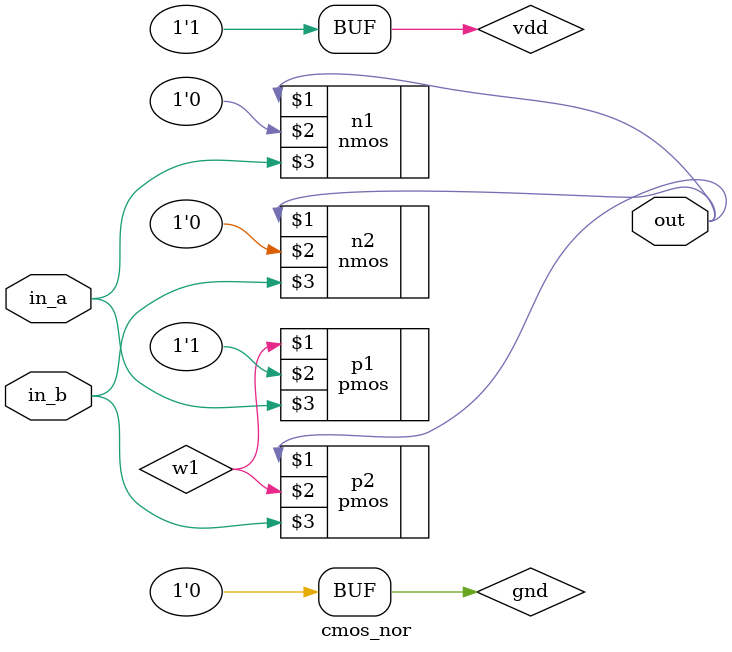
<source format=v>

module cmos_nor(
    input in_a,
    input in_b,
    output out
);

    wire w1;
    supply0 gnd;
    supply1 vdd;

    // Argument order (Drain, Source, gate)
    // PMOS in series
    pmos p1(w1, vdd, in_a);                    
    pmos p2(out, w1, in_b);

    // NMOS in parallel
    nmos n1(out, gnd, in_a);
    nmos n2(out, gnd, in_b);

endmodule
</source>
